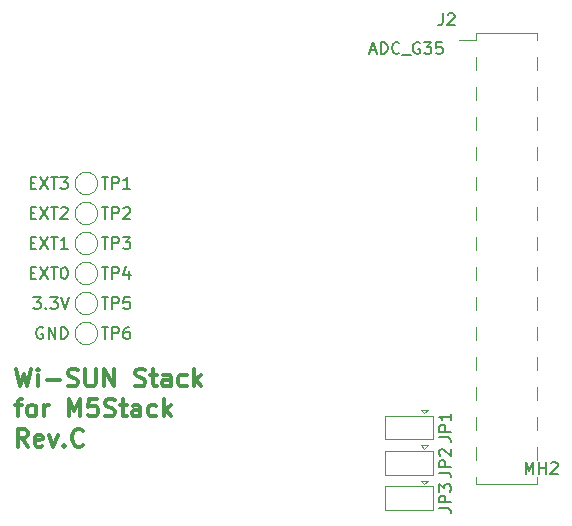
<source format=gto>
G04 #@! TF.GenerationSoftware,KiCad,Pcbnew,(5.0.0)*
G04 #@! TF.CreationDate,2019-01-06T02:19:59+09:00*
G04 #@! TF.ProjectId,M5Stack_WiSUN,4D35537461636B5F576953554E2E6B69,rev?*
G04 #@! TF.SameCoordinates,PX989680PY55d4a80*
G04 #@! TF.FileFunction,Legend,Top*
G04 #@! TF.FilePolarity,Positive*
%FSLAX46Y46*%
G04 Gerber Fmt 4.6, Leading zero omitted, Abs format (unit mm)*
G04 Created by KiCad (PCBNEW (5.0.0)) date 01/06/19 02:19:59*
%MOMM*%
%LPD*%
G01*
G04 APERTURE LIST*
%ADD10C,0.200000*%
%ADD11C,0.300000*%
%ADD12C,0.120000*%
%ADD13C,0.150000*%
G04 APERTURE END LIST*
D10*
X32506666Y42613334D02*
X32982857Y42613334D01*
X32411428Y42327620D02*
X32744761Y43327620D01*
X33078095Y42327620D01*
X33411428Y42327620D02*
X33411428Y43327620D01*
X33649523Y43327620D01*
X33792380Y43280000D01*
X33887619Y43184762D01*
X33935238Y43089524D01*
X33982857Y42899048D01*
X33982857Y42756191D01*
X33935238Y42565715D01*
X33887619Y42470477D01*
X33792380Y42375239D01*
X33649523Y42327620D01*
X33411428Y42327620D01*
X34982857Y42422858D02*
X34935238Y42375239D01*
X34792380Y42327620D01*
X34697142Y42327620D01*
X34554285Y42375239D01*
X34459047Y42470477D01*
X34411428Y42565715D01*
X34363809Y42756191D01*
X34363809Y42899048D01*
X34411428Y43089524D01*
X34459047Y43184762D01*
X34554285Y43280000D01*
X34697142Y43327620D01*
X34792380Y43327620D01*
X34935238Y43280000D01*
X34982857Y43232381D01*
X35173333Y42232381D02*
X35935238Y42232381D01*
X36697142Y43280000D02*
X36601904Y43327620D01*
X36459047Y43327620D01*
X36316190Y43280000D01*
X36220952Y43184762D01*
X36173333Y43089524D01*
X36125714Y42899048D01*
X36125714Y42756191D01*
X36173333Y42565715D01*
X36220952Y42470477D01*
X36316190Y42375239D01*
X36459047Y42327620D01*
X36554285Y42327620D01*
X36697142Y42375239D01*
X36744761Y42422858D01*
X36744761Y42756191D01*
X36554285Y42756191D01*
X37078095Y43327620D02*
X37697142Y43327620D01*
X37363809Y42946667D01*
X37506666Y42946667D01*
X37601904Y42899048D01*
X37649523Y42851429D01*
X37697142Y42756191D01*
X37697142Y42518096D01*
X37649523Y42422858D01*
X37601904Y42375239D01*
X37506666Y42327620D01*
X37220952Y42327620D01*
X37125714Y42375239D01*
X37078095Y42422858D01*
X38601904Y43327620D02*
X38125714Y43327620D01*
X38078095Y42851429D01*
X38125714Y42899048D01*
X38220952Y42946667D01*
X38459047Y42946667D01*
X38554285Y42899048D01*
X38601904Y42851429D01*
X38649523Y42756191D01*
X38649523Y42518096D01*
X38601904Y42422858D01*
X38554285Y42375239D01*
X38459047Y42327620D01*
X38220952Y42327620D01*
X38125714Y42375239D01*
X38078095Y42422858D01*
X4804285Y19150000D02*
X4709047Y19197620D01*
X4566190Y19197620D01*
X4423333Y19150000D01*
X4328095Y19054762D01*
X4280476Y18959524D01*
X4232857Y18769048D01*
X4232857Y18626191D01*
X4280476Y18435715D01*
X4328095Y18340477D01*
X4423333Y18245239D01*
X4566190Y18197620D01*
X4661428Y18197620D01*
X4804285Y18245239D01*
X4851904Y18292858D01*
X4851904Y18626191D01*
X4661428Y18626191D01*
X5280476Y18197620D02*
X5280476Y19197620D01*
X5851904Y18197620D01*
X5851904Y19197620D01*
X6328095Y18197620D02*
X6328095Y19197620D01*
X6566190Y19197620D01*
X6709047Y19150000D01*
X6804285Y19054762D01*
X6851904Y18959524D01*
X6899523Y18769048D01*
X6899523Y18626191D01*
X6851904Y18435715D01*
X6804285Y18340477D01*
X6709047Y18245239D01*
X6566190Y18197620D01*
X6328095Y18197620D01*
X3994761Y21737620D02*
X4613809Y21737620D01*
X4280476Y21356667D01*
X4423333Y21356667D01*
X4518571Y21309048D01*
X4566190Y21261429D01*
X4613809Y21166191D01*
X4613809Y20928096D01*
X4566190Y20832858D01*
X4518571Y20785239D01*
X4423333Y20737620D01*
X4137619Y20737620D01*
X4042380Y20785239D01*
X3994761Y20832858D01*
X5042380Y20832858D02*
X5090000Y20785239D01*
X5042380Y20737620D01*
X4994761Y20785239D01*
X5042380Y20832858D01*
X5042380Y20737620D01*
X5423333Y21737620D02*
X6042380Y21737620D01*
X5709047Y21356667D01*
X5851904Y21356667D01*
X5947142Y21309048D01*
X5994761Y21261429D01*
X6042380Y21166191D01*
X6042380Y20928096D01*
X5994761Y20832858D01*
X5947142Y20785239D01*
X5851904Y20737620D01*
X5566190Y20737620D01*
X5470952Y20785239D01*
X5423333Y20832858D01*
X6328095Y21737620D02*
X6661428Y20737620D01*
X6994761Y21737620D01*
X3756666Y23801429D02*
X4090000Y23801429D01*
X4232857Y23277620D02*
X3756666Y23277620D01*
X3756666Y24277620D01*
X4232857Y24277620D01*
X4566190Y24277620D02*
X5232857Y23277620D01*
X5232857Y24277620D02*
X4566190Y23277620D01*
X5470952Y24277620D02*
X6042380Y24277620D01*
X5756666Y23277620D02*
X5756666Y24277620D01*
X6566190Y24277620D02*
X6661428Y24277620D01*
X6756666Y24230000D01*
X6804285Y24182381D01*
X6851904Y24087143D01*
X6899523Y23896667D01*
X6899523Y23658572D01*
X6851904Y23468096D01*
X6804285Y23372858D01*
X6756666Y23325239D01*
X6661428Y23277620D01*
X6566190Y23277620D01*
X6470952Y23325239D01*
X6423333Y23372858D01*
X6375714Y23468096D01*
X6328095Y23658572D01*
X6328095Y23896667D01*
X6375714Y24087143D01*
X6423333Y24182381D01*
X6470952Y24230000D01*
X6566190Y24277620D01*
X3756666Y26341429D02*
X4090000Y26341429D01*
X4232857Y25817620D02*
X3756666Y25817620D01*
X3756666Y26817620D01*
X4232857Y26817620D01*
X4566190Y26817620D02*
X5232857Y25817620D01*
X5232857Y26817620D02*
X4566190Y25817620D01*
X5470952Y26817620D02*
X6042380Y26817620D01*
X5756666Y25817620D02*
X5756666Y26817620D01*
X6899523Y25817620D02*
X6328095Y25817620D01*
X6613809Y25817620D02*
X6613809Y26817620D01*
X6518571Y26674762D01*
X6423333Y26579524D01*
X6328095Y26531905D01*
X3756666Y28881429D02*
X4090000Y28881429D01*
X4232857Y28357620D02*
X3756666Y28357620D01*
X3756666Y29357620D01*
X4232857Y29357620D01*
X4566190Y29357620D02*
X5232857Y28357620D01*
X5232857Y29357620D02*
X4566190Y28357620D01*
X5470952Y29357620D02*
X6042380Y29357620D01*
X5756666Y28357620D02*
X5756666Y29357620D01*
X6328095Y29262381D02*
X6375714Y29310000D01*
X6470952Y29357620D01*
X6709047Y29357620D01*
X6804285Y29310000D01*
X6851904Y29262381D01*
X6899523Y29167143D01*
X6899523Y29071905D01*
X6851904Y28929048D01*
X6280476Y28357620D01*
X6899523Y28357620D01*
X3756666Y31421429D02*
X4090000Y31421429D01*
X4232857Y30897620D02*
X3756666Y30897620D01*
X3756666Y31897620D01*
X4232857Y31897620D01*
X4566190Y31897620D02*
X5232857Y30897620D01*
X5232857Y31897620D02*
X4566190Y30897620D01*
X5470952Y31897620D02*
X6042380Y31897620D01*
X5756666Y30897620D02*
X5756666Y31897620D01*
X6280476Y31897620D02*
X6899523Y31897620D01*
X6566190Y31516667D01*
X6709047Y31516667D01*
X6804285Y31469048D01*
X6851904Y31421429D01*
X6899523Y31326191D01*
X6899523Y31088096D01*
X6851904Y30992858D01*
X6804285Y30945239D01*
X6709047Y30897620D01*
X6423333Y30897620D01*
X6328095Y30945239D01*
X6280476Y30992858D01*
D11*
X2549285Y15671429D02*
X2906428Y14171429D01*
X3192142Y15242858D01*
X3477857Y14171429D01*
X3835000Y15671429D01*
X4406428Y14171429D02*
X4406428Y15171429D01*
X4406428Y15671429D02*
X4335000Y15600000D01*
X4406428Y15528572D01*
X4477857Y15600000D01*
X4406428Y15671429D01*
X4406428Y15528572D01*
X5120714Y14742858D02*
X6263571Y14742858D01*
X6906428Y14242858D02*
X7120714Y14171429D01*
X7477857Y14171429D01*
X7620714Y14242858D01*
X7692142Y14314286D01*
X7763571Y14457143D01*
X7763571Y14600000D01*
X7692142Y14742858D01*
X7620714Y14814286D01*
X7477857Y14885715D01*
X7192142Y14957143D01*
X7049285Y15028572D01*
X6977857Y15100000D01*
X6906428Y15242858D01*
X6906428Y15385715D01*
X6977857Y15528572D01*
X7049285Y15600000D01*
X7192142Y15671429D01*
X7549285Y15671429D01*
X7763571Y15600000D01*
X8406428Y15671429D02*
X8406428Y14457143D01*
X8477857Y14314286D01*
X8549285Y14242858D01*
X8692142Y14171429D01*
X8977857Y14171429D01*
X9120714Y14242858D01*
X9192142Y14314286D01*
X9263571Y14457143D01*
X9263571Y15671429D01*
X9977857Y14171429D02*
X9977857Y15671429D01*
X10835000Y14171429D01*
X10835000Y15671429D01*
X12620714Y14242858D02*
X12835000Y14171429D01*
X13192142Y14171429D01*
X13335000Y14242858D01*
X13406428Y14314286D01*
X13477857Y14457143D01*
X13477857Y14600000D01*
X13406428Y14742858D01*
X13335000Y14814286D01*
X13192142Y14885715D01*
X12906428Y14957143D01*
X12763571Y15028572D01*
X12692142Y15100000D01*
X12620714Y15242858D01*
X12620714Y15385715D01*
X12692142Y15528572D01*
X12763571Y15600000D01*
X12906428Y15671429D01*
X13263571Y15671429D01*
X13477857Y15600000D01*
X13906428Y15171429D02*
X14477857Y15171429D01*
X14120714Y15671429D02*
X14120714Y14385715D01*
X14192142Y14242858D01*
X14335000Y14171429D01*
X14477857Y14171429D01*
X15620714Y14171429D02*
X15620714Y14957143D01*
X15549285Y15100000D01*
X15406428Y15171429D01*
X15120714Y15171429D01*
X14977857Y15100000D01*
X15620714Y14242858D02*
X15477857Y14171429D01*
X15120714Y14171429D01*
X14977857Y14242858D01*
X14906428Y14385715D01*
X14906428Y14528572D01*
X14977857Y14671429D01*
X15120714Y14742858D01*
X15477857Y14742858D01*
X15620714Y14814286D01*
X16977857Y14242858D02*
X16835000Y14171429D01*
X16549285Y14171429D01*
X16406428Y14242858D01*
X16335000Y14314286D01*
X16263571Y14457143D01*
X16263571Y14885715D01*
X16335000Y15028572D01*
X16406428Y15100000D01*
X16549285Y15171429D01*
X16835000Y15171429D01*
X16977857Y15100000D01*
X17620714Y14171429D02*
X17620714Y15671429D01*
X17763571Y14742858D02*
X18192142Y14171429D01*
X18192142Y15171429D02*
X17620714Y14600000D01*
X2477857Y12621429D02*
X3049285Y12621429D01*
X2692142Y11621429D02*
X2692142Y12907143D01*
X2763571Y13050000D01*
X2906428Y13121429D01*
X3049285Y13121429D01*
X3763571Y11621429D02*
X3620714Y11692858D01*
X3549285Y11764286D01*
X3477857Y11907143D01*
X3477857Y12335715D01*
X3549285Y12478572D01*
X3620714Y12550000D01*
X3763571Y12621429D01*
X3977857Y12621429D01*
X4120714Y12550000D01*
X4192142Y12478572D01*
X4263571Y12335715D01*
X4263571Y11907143D01*
X4192142Y11764286D01*
X4120714Y11692858D01*
X3977857Y11621429D01*
X3763571Y11621429D01*
X4906428Y11621429D02*
X4906428Y12621429D01*
X4906428Y12335715D02*
X4977857Y12478572D01*
X5049285Y12550000D01*
X5192142Y12621429D01*
X5335000Y12621429D01*
X6977857Y11621429D02*
X6977857Y13121429D01*
X7477857Y12050000D01*
X7977857Y13121429D01*
X7977857Y11621429D01*
X9406428Y13121429D02*
X8692142Y13121429D01*
X8620714Y12407143D01*
X8692142Y12478572D01*
X8835000Y12550000D01*
X9192142Y12550000D01*
X9335000Y12478572D01*
X9406428Y12407143D01*
X9477857Y12264286D01*
X9477857Y11907143D01*
X9406428Y11764286D01*
X9335000Y11692858D01*
X9192142Y11621429D01*
X8835000Y11621429D01*
X8692142Y11692858D01*
X8620714Y11764286D01*
X10049285Y11692858D02*
X10263571Y11621429D01*
X10620714Y11621429D01*
X10763571Y11692858D01*
X10835000Y11764286D01*
X10906428Y11907143D01*
X10906428Y12050000D01*
X10835000Y12192858D01*
X10763571Y12264286D01*
X10620714Y12335715D01*
X10335000Y12407143D01*
X10192142Y12478572D01*
X10120714Y12550000D01*
X10049285Y12692858D01*
X10049285Y12835715D01*
X10120714Y12978572D01*
X10192142Y13050000D01*
X10335000Y13121429D01*
X10692142Y13121429D01*
X10906428Y13050000D01*
X11335000Y12621429D02*
X11906428Y12621429D01*
X11549285Y13121429D02*
X11549285Y11835715D01*
X11620714Y11692858D01*
X11763571Y11621429D01*
X11906428Y11621429D01*
X13049285Y11621429D02*
X13049285Y12407143D01*
X12977857Y12550000D01*
X12835000Y12621429D01*
X12549285Y12621429D01*
X12406428Y12550000D01*
X13049285Y11692858D02*
X12906428Y11621429D01*
X12549285Y11621429D01*
X12406428Y11692858D01*
X12335000Y11835715D01*
X12335000Y11978572D01*
X12406428Y12121429D01*
X12549285Y12192858D01*
X12906428Y12192858D01*
X13049285Y12264286D01*
X14406428Y11692858D02*
X14263571Y11621429D01*
X13977857Y11621429D01*
X13835000Y11692858D01*
X13763571Y11764286D01*
X13692142Y11907143D01*
X13692142Y12335715D01*
X13763571Y12478572D01*
X13835000Y12550000D01*
X13977857Y12621429D01*
X14263571Y12621429D01*
X14406428Y12550000D01*
X15049285Y11621429D02*
X15049285Y13121429D01*
X15192142Y12192858D02*
X15620714Y11621429D01*
X15620714Y12621429D02*
X15049285Y12050000D01*
X3549285Y9071429D02*
X3049285Y9785715D01*
X2692142Y9071429D02*
X2692142Y10571429D01*
X3263571Y10571429D01*
X3406428Y10500000D01*
X3477857Y10428572D01*
X3549285Y10285715D01*
X3549285Y10071429D01*
X3477857Y9928572D01*
X3406428Y9857143D01*
X3263571Y9785715D01*
X2692142Y9785715D01*
X4763571Y9142858D02*
X4620714Y9071429D01*
X4335000Y9071429D01*
X4192142Y9142858D01*
X4120714Y9285715D01*
X4120714Y9857143D01*
X4192142Y10000000D01*
X4335000Y10071429D01*
X4620714Y10071429D01*
X4763571Y10000000D01*
X4835000Y9857143D01*
X4835000Y9714286D01*
X4120714Y9571429D01*
X5335000Y10071429D02*
X5692142Y9071429D01*
X6049285Y10071429D01*
X6620714Y9214286D02*
X6692142Y9142858D01*
X6620714Y9071429D01*
X6549285Y9142858D01*
X6620714Y9214286D01*
X6620714Y9071429D01*
X8192142Y9214286D02*
X8120714Y9142858D01*
X7906428Y9071429D01*
X7763571Y9071429D01*
X7549285Y9142858D01*
X7406428Y9285715D01*
X7335000Y9428572D01*
X7263571Y9714286D01*
X7263571Y9928572D01*
X7335000Y10214286D01*
X7406428Y10357143D01*
X7549285Y10500000D01*
X7763571Y10571429D01*
X7906428Y10571429D01*
X8120714Y10500000D01*
X8192142Y10428572D01*
D12*
G04 #@! TO.C,JP1*
X37100000Y11900000D02*
X36800000Y12200000D01*
X37400000Y12200000D02*
X36800000Y12200000D01*
X37100000Y11900000D02*
X37400000Y12200000D01*
X37850000Y11700000D02*
X37850000Y9700000D01*
X33750000Y11700000D02*
X37850000Y11700000D01*
X33750000Y9700000D02*
X33750000Y11700000D01*
X37850000Y9700000D02*
X33750000Y9700000D01*
G04 #@! TO.C,JP2*
X37850000Y6700000D02*
X33750000Y6700000D01*
X33750000Y6700000D02*
X33750000Y8700000D01*
X33750000Y8700000D02*
X37850000Y8700000D01*
X37850000Y8700000D02*
X37850000Y6700000D01*
X37100000Y8900000D02*
X37400000Y9200000D01*
X37400000Y9200000D02*
X36800000Y9200000D01*
X37100000Y8900000D02*
X36800000Y9200000D01*
G04 #@! TO.C,JP3*
X37100000Y5900000D02*
X36800000Y6200000D01*
X37400000Y6200000D02*
X36800000Y6200000D01*
X37100000Y5900000D02*
X37400000Y6200000D01*
X37850000Y5700000D02*
X37850000Y3700000D01*
X33750000Y5700000D02*
X37850000Y5700000D01*
X33750000Y3700000D02*
X33750000Y5700000D01*
X37850000Y3700000D02*
X33750000Y3700000D01*
G04 #@! TO.C,TP1*
X9440000Y31350000D02*
G75*
G03X9440000Y31350000I-950000J0D01*
G01*
G04 #@! TO.C,TP2*
X9440000Y28810000D02*
G75*
G03X9440000Y28810000I-950000J0D01*
G01*
G04 #@! TO.C,TP3*
X9440000Y26270000D02*
G75*
G03X9440000Y26270000I-950000J0D01*
G01*
G04 #@! TO.C,TP4*
X9440000Y23730000D02*
G75*
G03X9440000Y23730000I-950000J0D01*
G01*
G04 #@! TO.C,TP5*
X9440000Y21190000D02*
G75*
G03X9440000Y21190000I-950000J0D01*
G01*
G04 #@! TO.C,TP6*
X9440000Y18650000D02*
G75*
G03X9440000Y18650000I-950000J0D01*
G01*
G04 #@! TO.C,J2*
X41450000Y44110000D02*
X46650000Y44110000D01*
X41450000Y5890000D02*
X46650000Y5890000D01*
X40010000Y43540000D02*
X41450000Y43540000D01*
X41450000Y44110000D02*
X41450000Y43540000D01*
X46650000Y44110000D02*
X46650000Y43540000D01*
X41450000Y6460000D02*
X41450000Y5890000D01*
X46650000Y6460000D02*
X46650000Y5890000D01*
X41450000Y42020000D02*
X41450000Y41000000D01*
X46650000Y42020000D02*
X46650000Y41000000D01*
X41450000Y39480000D02*
X41450000Y38460000D01*
X46650000Y39480000D02*
X46650000Y38460000D01*
X41450000Y36940000D02*
X41450000Y35920000D01*
X46650000Y36940000D02*
X46650000Y35920000D01*
X41450000Y34400000D02*
X41450000Y33380000D01*
X46650000Y34400000D02*
X46650000Y33380000D01*
X41450000Y31860000D02*
X41450000Y30840000D01*
X46650000Y31860000D02*
X46650000Y30840000D01*
X41450000Y29320000D02*
X41450000Y28300000D01*
X46650000Y29320000D02*
X46650000Y28300000D01*
X41450000Y26780000D02*
X41450000Y25760000D01*
X46650000Y26780000D02*
X46650000Y25760000D01*
X41450000Y24240000D02*
X41450000Y23220000D01*
X46650000Y24240000D02*
X46650000Y23220000D01*
X41450000Y21700000D02*
X41450000Y20680000D01*
X46650000Y21700000D02*
X46650000Y20680000D01*
X41450000Y19160000D02*
X41450000Y18140000D01*
X46650000Y19160000D02*
X46650000Y18140000D01*
X41450000Y16620000D02*
X41450000Y15600000D01*
X46650000Y16620000D02*
X46650000Y15600000D01*
X41450000Y14080000D02*
X41450000Y13060000D01*
X46650000Y14080000D02*
X46650000Y13060000D01*
X41450000Y11540000D02*
X41450000Y10520000D01*
X46650000Y11540000D02*
X46650000Y10520000D01*
X41450000Y9000000D02*
X41450000Y7980000D01*
X46650000Y9000000D02*
X46650000Y7980000D01*
G04 #@! TO.C,JP1*
D13*
X38352380Y9866667D02*
X39066666Y9866667D01*
X39209523Y9819048D01*
X39304761Y9723810D01*
X39352380Y9580953D01*
X39352380Y9485715D01*
X39352380Y10342858D02*
X38352380Y10342858D01*
X38352380Y10723810D01*
X38400000Y10819048D01*
X38447619Y10866667D01*
X38542857Y10914286D01*
X38685714Y10914286D01*
X38780952Y10866667D01*
X38828571Y10819048D01*
X38876190Y10723810D01*
X38876190Y10342858D01*
X39352380Y11866667D02*
X39352380Y11295239D01*
X39352380Y11580953D02*
X38352380Y11580953D01*
X38495238Y11485715D01*
X38590476Y11390477D01*
X38638095Y11295239D01*
G04 #@! TO.C,JP2*
X38352380Y6866667D02*
X39066666Y6866667D01*
X39209523Y6819048D01*
X39304761Y6723810D01*
X39352380Y6580953D01*
X39352380Y6485715D01*
X39352380Y7342858D02*
X38352380Y7342858D01*
X38352380Y7723810D01*
X38400000Y7819048D01*
X38447619Y7866667D01*
X38542857Y7914286D01*
X38685714Y7914286D01*
X38780952Y7866667D01*
X38828571Y7819048D01*
X38876190Y7723810D01*
X38876190Y7342858D01*
X38447619Y8295239D02*
X38400000Y8342858D01*
X38352380Y8438096D01*
X38352380Y8676191D01*
X38400000Y8771429D01*
X38447619Y8819048D01*
X38542857Y8866667D01*
X38638095Y8866667D01*
X38780952Y8819048D01*
X39352380Y8247620D01*
X39352380Y8866667D01*
G04 #@! TO.C,JP3*
X38352380Y3866667D02*
X39066666Y3866667D01*
X39209523Y3819048D01*
X39304761Y3723810D01*
X39352380Y3580953D01*
X39352380Y3485715D01*
X39352380Y4342858D02*
X38352380Y4342858D01*
X38352380Y4723810D01*
X38400000Y4819048D01*
X38447619Y4866667D01*
X38542857Y4914286D01*
X38685714Y4914286D01*
X38780952Y4866667D01*
X38828571Y4819048D01*
X38876190Y4723810D01*
X38876190Y4342858D01*
X38352380Y5247620D02*
X38352380Y5866667D01*
X38733333Y5533334D01*
X38733333Y5676191D01*
X38780952Y5771429D01*
X38828571Y5819048D01*
X38923809Y5866667D01*
X39161904Y5866667D01*
X39257142Y5819048D01*
X39304761Y5771429D01*
X39352380Y5676191D01*
X39352380Y5390477D01*
X39304761Y5295239D01*
X39257142Y5247620D01*
G04 #@! TO.C,MH2*
X45666666Y6747620D02*
X45666666Y7747620D01*
X46000000Y7033334D01*
X46333333Y7747620D01*
X46333333Y6747620D01*
X46809523Y6747620D02*
X46809523Y7747620D01*
X46809523Y7271429D02*
X47380952Y7271429D01*
X47380952Y6747620D02*
X47380952Y7747620D01*
X47809523Y7652381D02*
X47857142Y7700000D01*
X47952380Y7747620D01*
X48190476Y7747620D01*
X48285714Y7700000D01*
X48333333Y7652381D01*
X48380952Y7557143D01*
X48380952Y7461905D01*
X48333333Y7319048D01*
X47761904Y6747620D01*
X48380952Y6747620D01*
G04 #@! TO.C,TP1*
X9768095Y31897620D02*
X10339523Y31897620D01*
X10053809Y30897620D02*
X10053809Y31897620D01*
X10672857Y30897620D02*
X10672857Y31897620D01*
X11053809Y31897620D01*
X11149047Y31850000D01*
X11196666Y31802381D01*
X11244285Y31707143D01*
X11244285Y31564286D01*
X11196666Y31469048D01*
X11149047Y31421429D01*
X11053809Y31373810D01*
X10672857Y31373810D01*
X12196666Y30897620D02*
X11625238Y30897620D01*
X11910952Y30897620D02*
X11910952Y31897620D01*
X11815714Y31754762D01*
X11720476Y31659524D01*
X11625238Y31611905D01*
G04 #@! TO.C,TP2*
X9768095Y29357620D02*
X10339523Y29357620D01*
X10053809Y28357620D02*
X10053809Y29357620D01*
X10672857Y28357620D02*
X10672857Y29357620D01*
X11053809Y29357620D01*
X11149047Y29310000D01*
X11196666Y29262381D01*
X11244285Y29167143D01*
X11244285Y29024286D01*
X11196666Y28929048D01*
X11149047Y28881429D01*
X11053809Y28833810D01*
X10672857Y28833810D01*
X11625238Y29262381D02*
X11672857Y29310000D01*
X11768095Y29357620D01*
X12006190Y29357620D01*
X12101428Y29310000D01*
X12149047Y29262381D01*
X12196666Y29167143D01*
X12196666Y29071905D01*
X12149047Y28929048D01*
X11577619Y28357620D01*
X12196666Y28357620D01*
G04 #@! TO.C,TP3*
X9768095Y26817620D02*
X10339523Y26817620D01*
X10053809Y25817620D02*
X10053809Y26817620D01*
X10672857Y25817620D02*
X10672857Y26817620D01*
X11053809Y26817620D01*
X11149047Y26770000D01*
X11196666Y26722381D01*
X11244285Y26627143D01*
X11244285Y26484286D01*
X11196666Y26389048D01*
X11149047Y26341429D01*
X11053809Y26293810D01*
X10672857Y26293810D01*
X11577619Y26817620D02*
X12196666Y26817620D01*
X11863333Y26436667D01*
X12006190Y26436667D01*
X12101428Y26389048D01*
X12149047Y26341429D01*
X12196666Y26246191D01*
X12196666Y26008096D01*
X12149047Y25912858D01*
X12101428Y25865239D01*
X12006190Y25817620D01*
X11720476Y25817620D01*
X11625238Y25865239D01*
X11577619Y25912858D01*
G04 #@! TO.C,TP4*
X9768095Y24277620D02*
X10339523Y24277620D01*
X10053809Y23277620D02*
X10053809Y24277620D01*
X10672857Y23277620D02*
X10672857Y24277620D01*
X11053809Y24277620D01*
X11149047Y24230000D01*
X11196666Y24182381D01*
X11244285Y24087143D01*
X11244285Y23944286D01*
X11196666Y23849048D01*
X11149047Y23801429D01*
X11053809Y23753810D01*
X10672857Y23753810D01*
X12101428Y23944286D02*
X12101428Y23277620D01*
X11863333Y24325239D02*
X11625238Y23610953D01*
X12244285Y23610953D01*
G04 #@! TO.C,TP5*
X9768095Y21737620D02*
X10339523Y21737620D01*
X10053809Y20737620D02*
X10053809Y21737620D01*
X10672857Y20737620D02*
X10672857Y21737620D01*
X11053809Y21737620D01*
X11149047Y21690000D01*
X11196666Y21642381D01*
X11244285Y21547143D01*
X11244285Y21404286D01*
X11196666Y21309048D01*
X11149047Y21261429D01*
X11053809Y21213810D01*
X10672857Y21213810D01*
X12149047Y21737620D02*
X11672857Y21737620D01*
X11625238Y21261429D01*
X11672857Y21309048D01*
X11768095Y21356667D01*
X12006190Y21356667D01*
X12101428Y21309048D01*
X12149047Y21261429D01*
X12196666Y21166191D01*
X12196666Y20928096D01*
X12149047Y20832858D01*
X12101428Y20785239D01*
X12006190Y20737620D01*
X11768095Y20737620D01*
X11672857Y20785239D01*
X11625238Y20832858D01*
G04 #@! TO.C,TP6*
X9768095Y19197620D02*
X10339523Y19197620D01*
X10053809Y18197620D02*
X10053809Y19197620D01*
X10672857Y18197620D02*
X10672857Y19197620D01*
X11053809Y19197620D01*
X11149047Y19150000D01*
X11196666Y19102381D01*
X11244285Y19007143D01*
X11244285Y18864286D01*
X11196666Y18769048D01*
X11149047Y18721429D01*
X11053809Y18673810D01*
X10672857Y18673810D01*
X12101428Y19197620D02*
X11910952Y19197620D01*
X11815714Y19150000D01*
X11768095Y19102381D01*
X11672857Y18959524D01*
X11625238Y18769048D01*
X11625238Y18388096D01*
X11672857Y18292858D01*
X11720476Y18245239D01*
X11815714Y18197620D01*
X12006190Y18197620D01*
X12101428Y18245239D01*
X12149047Y18292858D01*
X12196666Y18388096D01*
X12196666Y18626191D01*
X12149047Y18721429D01*
X12101428Y18769048D01*
X12006190Y18816667D01*
X11815714Y18816667D01*
X11720476Y18769048D01*
X11672857Y18721429D01*
X11625238Y18626191D01*
G04 #@! TO.C,J2*
X38666666Y45747620D02*
X38666666Y45033334D01*
X38619047Y44890477D01*
X38523809Y44795239D01*
X38380952Y44747620D01*
X38285714Y44747620D01*
X39095238Y45652381D02*
X39142857Y45700000D01*
X39238095Y45747620D01*
X39476190Y45747620D01*
X39571428Y45700000D01*
X39619047Y45652381D01*
X39666666Y45557143D01*
X39666666Y45461905D01*
X39619047Y45319048D01*
X39047619Y44747620D01*
X39666666Y44747620D01*
G04 #@! TD*
M02*

</source>
